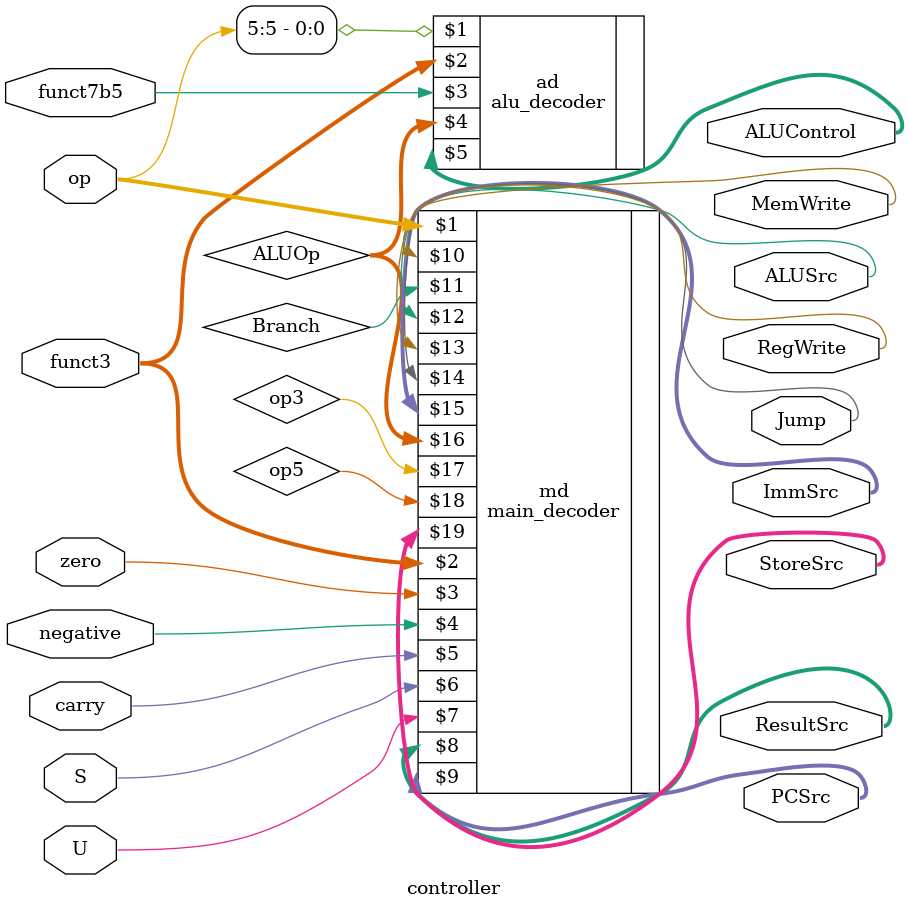
<source format=v>


module controller (
    input [6:0]  op,
    input [2:0]  funct3,
    input        funct7b5,
    input        zero, negative, carry, S, U,
    output [1:0] ResultSrc, PCSrc,
    output       MemWrite,
    output       ALUSrc,
    output       RegWrite, Jump,
    output [2:0] ImmSrc,
    output [3:0] ALUControl,
	 output [1:0] StoreSrc
);

wire [1:0] ALUOp;
wire       Branch;

main_decoder    md (op, funct3, zero, negative, carry, S, U, ResultSrc, PCSrc, MemWrite, Branch,
                    ALUSrc, RegWrite, Jump, ImmSrc, ALUOp, op3, op5, StoreSrc);

alu_decoder     ad (op[5], funct3, funct7b5, ALUOp, ALUControl);


endmodule


</source>
